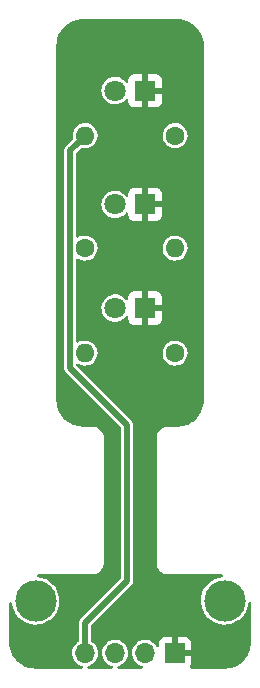
<source format=gbl>
G04 #@! TF.GenerationSoftware,KiCad,Pcbnew,6.0.5-a6ca702e91~116~ubuntu20.04.1*
G04 #@! TF.CreationDate,2022-06-20T08:29:12+02:00*
G04 #@! TF.ProjectId,traffic_lights_vehicle,74726166-6669-4635-9f6c-69676874735f,1.0*
G04 #@! TF.SameCoordinates,Original*
G04 #@! TF.FileFunction,Copper,L2,Bot*
G04 #@! TF.FilePolarity,Positive*
%FSLAX46Y46*%
G04 Gerber Fmt 4.6, Leading zero omitted, Abs format (unit mm)*
G04 Created by KiCad (PCBNEW 6.0.5-a6ca702e91~116~ubuntu20.04.1) date 2022-06-20 08:29:12*
%MOMM*%
%LPD*%
G01*
G04 APERTURE LIST*
G04 #@! TA.AperFunction,ComponentPad*
%ADD10R,1.800000X1.800000*%
G04 #@! TD*
G04 #@! TA.AperFunction,ComponentPad*
%ADD11C,1.800000*%
G04 #@! TD*
G04 #@! TA.AperFunction,ComponentPad*
%ADD12R,1.700000X1.700000*%
G04 #@! TD*
G04 #@! TA.AperFunction,ComponentPad*
%ADD13O,1.700000X1.700000*%
G04 #@! TD*
G04 #@! TA.AperFunction,ComponentPad*
%ADD14C,1.600000*%
G04 #@! TD*
G04 #@! TA.AperFunction,ComponentPad*
%ADD15O,1.600000X1.600000*%
G04 #@! TD*
G04 #@! TA.AperFunction,ViaPad*
%ADD16C,3.500000*%
G04 #@! TD*
G04 #@! TA.AperFunction,Conductor*
%ADD17C,0.500000*%
G04 #@! TD*
G04 APERTURE END LIST*
D10*
X111760000Y-50800000D03*
D11*
X109220000Y-50800000D03*
D10*
X111760000Y-60445000D03*
D11*
X109220000Y-60445000D03*
D10*
X111760000Y-69215000D03*
D11*
X109220000Y-69215000D03*
D12*
X114300000Y-98425000D03*
D13*
X111760000Y-98425000D03*
X109220000Y-98425000D03*
X106680000Y-98425000D03*
D14*
X114300000Y-54610000D03*
D15*
X106680000Y-54610000D03*
D14*
X106680000Y-64135000D03*
D15*
X114300000Y-64135000D03*
D14*
X114300000Y-73025000D03*
D15*
X106680000Y-73025000D03*
D16*
X118500000Y-94000000D03*
X102500000Y-94000000D03*
D17*
X105880001Y-55409999D02*
X106680000Y-54610000D01*
X106680000Y-95885000D02*
X110236000Y-92329000D01*
X110236000Y-79121000D02*
X105429999Y-74314999D01*
X105429999Y-74314999D02*
X105429999Y-55860001D01*
X110236000Y-92329000D02*
X110236000Y-79121000D01*
X105429999Y-55860001D02*
X105880001Y-55409999D01*
X106680000Y-98425000D02*
X106680000Y-95885000D01*
G04 #@! TA.AperFunction,Conductor*
G36*
X114487103Y-44756921D02*
G01*
X114500000Y-44759486D01*
X114512172Y-44757065D01*
X114524580Y-44757065D01*
X114524580Y-44757385D01*
X114535456Y-44756645D01*
X114763057Y-44770412D01*
X114778161Y-44772246D01*
X115029885Y-44818376D01*
X115044658Y-44822017D01*
X115288996Y-44898156D01*
X115303214Y-44903549D01*
X115536584Y-45008579D01*
X115550057Y-45015650D01*
X115769069Y-45148049D01*
X115781590Y-45156692D01*
X115983043Y-45314519D01*
X115994432Y-45324609D01*
X116175391Y-45505568D01*
X116185481Y-45516957D01*
X116343308Y-45718410D01*
X116351951Y-45730931D01*
X116484350Y-45949943D01*
X116491421Y-45963416D01*
X116596450Y-46196782D01*
X116601846Y-46211009D01*
X116677983Y-46455342D01*
X116681624Y-46470115D01*
X116727754Y-46721839D01*
X116729588Y-46736943D01*
X116743355Y-46964544D01*
X116742615Y-46975420D01*
X116742935Y-46975420D01*
X116742935Y-46987828D01*
X116740514Y-47000000D01*
X116742935Y-47012170D01*
X116743079Y-47012894D01*
X116745500Y-47037476D01*
X116745500Y-76962524D01*
X116743079Y-76987103D01*
X116740514Y-77000000D01*
X116742935Y-77012172D01*
X116742935Y-77024580D01*
X116742615Y-77024580D01*
X116743355Y-77035456D01*
X116729588Y-77263057D01*
X116727754Y-77278161D01*
X116681624Y-77529885D01*
X116677983Y-77544658D01*
X116601846Y-77788991D01*
X116596450Y-77803218D01*
X116491421Y-78036584D01*
X116484350Y-78050057D01*
X116351951Y-78269069D01*
X116343308Y-78281590D01*
X116185481Y-78483043D01*
X116175391Y-78494432D01*
X115994432Y-78675391D01*
X115983043Y-78685481D01*
X115781590Y-78843308D01*
X115769069Y-78851951D01*
X115550057Y-78984350D01*
X115536586Y-78991420D01*
X115303214Y-79096451D01*
X115288996Y-79101844D01*
X115125098Y-79152917D01*
X115044658Y-79177983D01*
X115029885Y-79181624D01*
X114778161Y-79227754D01*
X114763057Y-79229588D01*
X114535456Y-79243355D01*
X114524580Y-79242615D01*
X114524580Y-79242935D01*
X114512172Y-79242935D01*
X114500000Y-79240514D01*
X114487103Y-79243079D01*
X114462524Y-79245500D01*
X113787476Y-79245500D01*
X113762897Y-79243079D01*
X113750000Y-79240514D01*
X113739688Y-79242565D01*
X113735459Y-79242935D01*
X113734448Y-79242935D01*
X113732850Y-79243163D01*
X113574904Y-79256982D01*
X113569591Y-79258406D01*
X113569589Y-79258406D01*
X113522900Y-79270916D01*
X113405128Y-79302473D01*
X113245832Y-79376755D01*
X113241330Y-79379907D01*
X113241327Y-79379909D01*
X113241326Y-79379910D01*
X113101853Y-79477569D01*
X112977569Y-79601853D01*
X112974416Y-79606356D01*
X112916080Y-79689670D01*
X112876755Y-79745832D01*
X112802473Y-79905128D01*
X112756982Y-80074904D01*
X112743164Y-80232845D01*
X112742935Y-80234448D01*
X112742935Y-80235459D01*
X112742565Y-80239688D01*
X112740514Y-80250000D01*
X112742935Y-80262170D01*
X112743079Y-80262894D01*
X112745500Y-80287476D01*
X112745500Y-90712524D01*
X112743079Y-90737103D01*
X112740514Y-90750000D01*
X112742565Y-90760312D01*
X112742935Y-90764541D01*
X112742935Y-90765552D01*
X112743163Y-90767150D01*
X112756982Y-90925096D01*
X112802473Y-91094872D01*
X112804795Y-91099852D01*
X112804796Y-91099854D01*
X112872713Y-91245500D01*
X112876755Y-91254169D01*
X112977569Y-91398147D01*
X113101853Y-91522431D01*
X113106356Y-91525584D01*
X113241327Y-91620091D01*
X113241330Y-91620093D01*
X113245832Y-91623245D01*
X113405128Y-91697527D01*
X113522900Y-91729084D01*
X113569589Y-91741594D01*
X113569591Y-91741594D01*
X113574904Y-91743018D01*
X113732850Y-91756837D01*
X113734448Y-91757065D01*
X113735459Y-91757065D01*
X113739688Y-91757435D01*
X113750000Y-91759486D01*
X113762897Y-91756921D01*
X113787476Y-91754500D01*
X118240540Y-91754500D01*
X118308661Y-91774502D01*
X118355154Y-91828158D01*
X118365258Y-91898432D01*
X118335764Y-91963012D01*
X118276038Y-92001396D01*
X118256334Y-92005506D01*
X118252568Y-92005982D01*
X118248128Y-92006226D01*
X118243768Y-92007093D01*
X118243762Y-92007094D01*
X118107296Y-92034239D01*
X117969715Y-92061606D01*
X117965505Y-92063084D01*
X117965503Y-92063085D01*
X117914996Y-92080822D01*
X117701884Y-92155662D01*
X117697933Y-92157715D01*
X117697927Y-92157717D01*
X117453926Y-92284465D01*
X117449976Y-92286517D01*
X117446361Y-92289100D01*
X117446355Y-92289104D01*
X117357029Y-92352938D01*
X117219020Y-92451561D01*
X117013623Y-92647501D01*
X117010867Y-92650997D01*
X117010866Y-92650998D01*
X116976291Y-92694856D01*
X116837882Y-92870426D01*
X116835645Y-92874278D01*
X116697540Y-93112042D01*
X116697537Y-93112048D01*
X116695306Y-93115889D01*
X116693636Y-93120012D01*
X116590411Y-93374861D01*
X116590408Y-93374869D01*
X116588738Y-93378993D01*
X116520305Y-93654488D01*
X116491372Y-93936876D01*
X116493852Y-94000000D01*
X116498935Y-94129367D01*
X116502516Y-94220524D01*
X116553516Y-94499772D01*
X116643353Y-94769048D01*
X116645346Y-94773036D01*
X116728954Y-94940361D01*
X116770236Y-95022980D01*
X116931631Y-95256500D01*
X117124320Y-95464950D01*
X117127774Y-95467762D01*
X117341001Y-95641356D01*
X117341005Y-95641359D01*
X117344458Y-95644170D01*
X117587652Y-95790585D01*
X117591747Y-95792319D01*
X117591749Y-95792320D01*
X117776140Y-95870399D01*
X117849049Y-95901272D01*
X117853342Y-95902410D01*
X117853347Y-95902412D01*
X117996898Y-95940473D01*
X118123435Y-95974024D01*
X118405334Y-96007389D01*
X118689122Y-96000701D01*
X118693517Y-95999969D01*
X118693522Y-95999969D01*
X118964734Y-95954827D01*
X118964738Y-95954826D01*
X118969136Y-95954094D01*
X119233776Y-95870399D01*
X119235544Y-95869840D01*
X119235546Y-95869839D01*
X119239790Y-95868497D01*
X119243801Y-95866571D01*
X119243806Y-95866569D01*
X119491665Y-95747549D01*
X119491666Y-95747548D01*
X119495684Y-95745619D01*
X119651724Y-95641356D01*
X119728002Y-95590389D01*
X119728006Y-95590386D01*
X119731710Y-95587911D01*
X119735027Y-95584940D01*
X119735031Y-95584937D01*
X119939845Y-95401490D01*
X119943161Y-95398520D01*
X120125817Y-95181225D01*
X120128174Y-95177446D01*
X120273669Y-94944152D01*
X120273671Y-94944149D01*
X120276033Y-94940361D01*
X120390813Y-94680734D01*
X120467866Y-94407525D01*
X120494621Y-94208328D01*
X120523514Y-94143476D01*
X120582881Y-94104540D01*
X120653874Y-94103881D01*
X120713954Y-94141708D01*
X120744046Y-94206012D01*
X120745500Y-94225101D01*
X120745500Y-97462524D01*
X120743079Y-97487103D01*
X120740514Y-97500000D01*
X120742935Y-97512172D01*
X120742935Y-97524580D01*
X120742615Y-97524580D01*
X120743355Y-97535456D01*
X120729588Y-97763057D01*
X120727754Y-97778161D01*
X120681624Y-98029885D01*
X120677983Y-98044658D01*
X120631329Y-98194378D01*
X120601846Y-98288991D01*
X120596451Y-98303214D01*
X120515513Y-98483053D01*
X120491421Y-98536584D01*
X120484350Y-98550057D01*
X120351951Y-98769069D01*
X120343308Y-98781590D01*
X120328484Y-98800512D01*
X120205265Y-98957791D01*
X120185481Y-98983043D01*
X120175391Y-98994432D01*
X119994432Y-99175391D01*
X119983043Y-99185481D01*
X119781590Y-99343308D01*
X119769069Y-99351951D01*
X119605565Y-99450794D01*
X119555240Y-99481217D01*
X119550057Y-99484350D01*
X119536586Y-99491420D01*
X119303214Y-99596451D01*
X119288996Y-99601844D01*
X119112162Y-99656948D01*
X119044658Y-99677983D01*
X119029885Y-99681624D01*
X118778161Y-99727754D01*
X118763057Y-99729588D01*
X118535456Y-99743355D01*
X118524580Y-99742615D01*
X118524580Y-99742935D01*
X118512172Y-99742935D01*
X118500000Y-99740514D01*
X118487103Y-99743079D01*
X118462524Y-99745500D01*
X115684156Y-99745500D01*
X115616035Y-99725498D01*
X115569542Y-99671842D01*
X115559438Y-99601568D01*
X115583329Y-99543937D01*
X115594784Y-99528652D01*
X115603324Y-99513054D01*
X115648478Y-99392606D01*
X115652105Y-99377351D01*
X115657631Y-99326486D01*
X115658000Y-99319672D01*
X115658000Y-98697115D01*
X115653525Y-98681876D01*
X115652135Y-98680671D01*
X115644452Y-98679000D01*
X114172000Y-98679000D01*
X114103879Y-98658998D01*
X114057386Y-98605342D01*
X114046000Y-98553000D01*
X114046000Y-98152885D01*
X114554000Y-98152885D01*
X114558475Y-98168124D01*
X114559865Y-98169329D01*
X114567548Y-98171000D01*
X115639884Y-98171000D01*
X115655123Y-98166525D01*
X115656328Y-98165135D01*
X115657999Y-98157452D01*
X115657999Y-97530331D01*
X115657629Y-97523510D01*
X115652105Y-97472648D01*
X115648479Y-97457396D01*
X115603324Y-97336946D01*
X115594786Y-97321351D01*
X115518285Y-97219276D01*
X115505724Y-97206715D01*
X115403649Y-97130214D01*
X115388054Y-97121676D01*
X115267606Y-97076522D01*
X115252351Y-97072895D01*
X115201486Y-97067369D01*
X115194672Y-97067000D01*
X114572115Y-97067000D01*
X114556876Y-97071475D01*
X114555671Y-97072865D01*
X114554000Y-97080548D01*
X114554000Y-98152885D01*
X114046000Y-98152885D01*
X114046000Y-97085116D01*
X114041525Y-97069877D01*
X114040135Y-97068672D01*
X114032452Y-97067001D01*
X113405331Y-97067001D01*
X113398510Y-97067371D01*
X113347648Y-97072895D01*
X113332396Y-97076521D01*
X113211946Y-97121676D01*
X113196351Y-97130214D01*
X113094276Y-97206715D01*
X113081715Y-97219276D01*
X113005214Y-97321351D01*
X112996676Y-97336946D01*
X112951522Y-97457394D01*
X112947895Y-97472649D01*
X112942369Y-97523514D01*
X112942000Y-97530328D01*
X112942000Y-97785160D01*
X112921998Y-97853281D01*
X112868342Y-97899774D01*
X112798068Y-97909878D01*
X112733488Y-97880384D01*
X112708567Y-97850994D01*
X112708331Y-97850608D01*
X112705776Y-97845428D01*
X112584320Y-97682779D01*
X112435258Y-97544987D01*
X112430375Y-97541906D01*
X112430371Y-97541903D01*
X112284728Y-97450010D01*
X112263581Y-97436667D01*
X112075039Y-97361446D01*
X112069379Y-97360320D01*
X112069375Y-97360319D01*
X111881613Y-97322971D01*
X111881610Y-97322971D01*
X111875946Y-97321844D01*
X111870171Y-97321768D01*
X111870167Y-97321768D01*
X111768793Y-97320441D01*
X111672971Y-97319187D01*
X111667274Y-97320166D01*
X111667273Y-97320166D01*
X111569620Y-97336946D01*
X111472910Y-97353564D01*
X111282463Y-97423824D01*
X111108010Y-97527612D01*
X111103670Y-97531418D01*
X111103666Y-97531421D01*
X111083723Y-97548911D01*
X110955392Y-97661455D01*
X110829720Y-97820869D01*
X110827031Y-97825980D01*
X110827029Y-97825983D01*
X110814073Y-97850609D01*
X110735203Y-98000515D01*
X110675007Y-98194378D01*
X110651148Y-98395964D01*
X110664424Y-98598522D01*
X110665845Y-98604118D01*
X110665846Y-98604123D01*
X110707738Y-98769069D01*
X110714392Y-98795269D01*
X110716809Y-98800512D01*
X110754010Y-98881208D01*
X110799377Y-98979616D01*
X110916533Y-99145389D01*
X111061938Y-99287035D01*
X111066742Y-99290245D01*
X111120980Y-99326486D01*
X111230720Y-99399812D01*
X111236023Y-99402090D01*
X111236026Y-99402092D01*
X111324707Y-99440192D01*
X111417228Y-99479942D01*
X111490877Y-99496607D01*
X111552903Y-99531150D01*
X111586408Y-99593743D01*
X111580754Y-99664514D01*
X111537735Y-99720994D01*
X111471011Y-99745249D01*
X111463069Y-99745500D01*
X109529453Y-99745500D01*
X109461332Y-99725498D01*
X109414839Y-99671842D01*
X109404735Y-99601568D01*
X109434229Y-99536988D01*
X109488952Y-99500187D01*
X109499499Y-99496607D01*
X109523994Y-99488292D01*
X109665693Y-99440192D01*
X109665698Y-99440190D01*
X109671165Y-99438334D01*
X109848276Y-99339147D01*
X109863495Y-99326490D01*
X109999913Y-99213031D01*
X110004345Y-99209345D01*
X110134147Y-99053276D01*
X110233334Y-98876165D01*
X110235190Y-98870698D01*
X110235192Y-98870693D01*
X110296728Y-98689414D01*
X110296729Y-98689409D01*
X110298584Y-98683945D01*
X110299412Y-98678236D01*
X110299413Y-98678231D01*
X110327179Y-98486727D01*
X110327712Y-98483053D01*
X110329232Y-98425000D01*
X110310658Y-98222859D01*
X110309090Y-98217299D01*
X110257125Y-98033046D01*
X110257124Y-98033044D01*
X110255557Y-98027487D01*
X110244978Y-98006033D01*
X110168331Y-97850609D01*
X110165776Y-97845428D01*
X110044320Y-97682779D01*
X109895258Y-97544987D01*
X109890375Y-97541906D01*
X109890371Y-97541903D01*
X109744728Y-97450010D01*
X109723581Y-97436667D01*
X109535039Y-97361446D01*
X109529379Y-97360320D01*
X109529375Y-97360319D01*
X109341613Y-97322971D01*
X109341610Y-97322971D01*
X109335946Y-97321844D01*
X109330171Y-97321768D01*
X109330167Y-97321768D01*
X109228793Y-97320441D01*
X109132971Y-97319187D01*
X109127274Y-97320166D01*
X109127273Y-97320166D01*
X109029620Y-97336946D01*
X108932910Y-97353564D01*
X108742463Y-97423824D01*
X108568010Y-97527612D01*
X108563670Y-97531418D01*
X108563666Y-97531421D01*
X108543723Y-97548911D01*
X108415392Y-97661455D01*
X108289720Y-97820869D01*
X108287031Y-97825980D01*
X108287029Y-97825983D01*
X108274073Y-97850609D01*
X108195203Y-98000515D01*
X108135007Y-98194378D01*
X108111148Y-98395964D01*
X108124424Y-98598522D01*
X108125845Y-98604118D01*
X108125846Y-98604123D01*
X108167738Y-98769069D01*
X108174392Y-98795269D01*
X108176809Y-98800512D01*
X108214010Y-98881208D01*
X108259377Y-98979616D01*
X108376533Y-99145389D01*
X108521938Y-99287035D01*
X108526742Y-99290245D01*
X108580980Y-99326486D01*
X108690720Y-99399812D01*
X108696023Y-99402090D01*
X108696026Y-99402092D01*
X108784707Y-99440192D01*
X108877228Y-99479942D01*
X108950877Y-99496607D01*
X109012903Y-99531150D01*
X109046408Y-99593743D01*
X109040754Y-99664514D01*
X108997735Y-99720994D01*
X108931011Y-99745249D01*
X108923069Y-99745500D01*
X106989453Y-99745500D01*
X106921332Y-99725498D01*
X106874839Y-99671842D01*
X106864735Y-99601568D01*
X106894229Y-99536988D01*
X106948952Y-99500187D01*
X106959499Y-99496607D01*
X106983994Y-99488292D01*
X107125693Y-99440192D01*
X107125698Y-99440190D01*
X107131165Y-99438334D01*
X107308276Y-99339147D01*
X107323495Y-99326490D01*
X107459913Y-99213031D01*
X107464345Y-99209345D01*
X107594147Y-99053276D01*
X107693334Y-98876165D01*
X107695190Y-98870698D01*
X107695192Y-98870693D01*
X107756728Y-98689414D01*
X107756729Y-98689409D01*
X107758584Y-98683945D01*
X107759412Y-98678236D01*
X107759413Y-98678231D01*
X107787179Y-98486727D01*
X107787712Y-98483053D01*
X107789232Y-98425000D01*
X107770658Y-98222859D01*
X107769090Y-98217299D01*
X107717125Y-98033046D01*
X107717124Y-98033044D01*
X107715557Y-98027487D01*
X107704978Y-98006033D01*
X107628331Y-97850609D01*
X107625776Y-97845428D01*
X107504320Y-97682779D01*
X107355258Y-97544987D01*
X107350375Y-97541906D01*
X107350371Y-97541903D01*
X107243265Y-97474325D01*
X107196326Y-97421058D01*
X107184500Y-97367763D01*
X107184500Y-96146161D01*
X107204502Y-96078040D01*
X107221405Y-96057066D01*
X110542794Y-92735677D01*
X110552234Y-92728135D01*
X110551911Y-92727755D01*
X110558747Y-92721937D01*
X110566339Y-92717147D01*
X110601672Y-92677140D01*
X110607017Y-92671454D01*
X110618351Y-92660120D01*
X110621038Y-92656534D01*
X110621043Y-92656529D01*
X110624557Y-92651841D01*
X110630938Y-92644003D01*
X110656060Y-92615557D01*
X110662001Y-92608830D01*
X110665815Y-92600707D01*
X110667661Y-92597896D01*
X110676072Y-92583897D01*
X110677686Y-92580948D01*
X110683070Y-92573765D01*
X110699542Y-92529826D01*
X110703469Y-92520506D01*
X110719602Y-92486144D01*
X110719602Y-92486143D01*
X110723417Y-92478018D01*
X110724798Y-92469147D01*
X110725783Y-92465925D01*
X110729920Y-92450154D01*
X110730644Y-92446860D01*
X110733798Y-92438448D01*
X110737276Y-92391650D01*
X110738426Y-92381626D01*
X110740500Y-92368303D01*
X110740500Y-92352938D01*
X110740846Y-92343601D01*
X110743842Y-92303282D01*
X110744507Y-92294334D01*
X110742634Y-92285559D01*
X110742041Y-92276863D01*
X110740500Y-92262263D01*
X110740500Y-79191625D01*
X110741841Y-79179620D01*
X110741345Y-79179580D01*
X110742065Y-79170633D01*
X110744046Y-79161877D01*
X110740742Y-79108619D01*
X110740500Y-79100817D01*
X110740500Y-79084774D01*
X110739034Y-79074536D01*
X110738004Y-79064481D01*
X110735654Y-79026601D01*
X110735654Y-79026599D01*
X110735098Y-79017642D01*
X110732051Y-79009201D01*
X110731372Y-79005923D01*
X110727416Y-78990055D01*
X110726473Y-78986831D01*
X110725201Y-78977948D01*
X110721487Y-78969779D01*
X110721485Y-78969773D01*
X110705775Y-78935221D01*
X110701961Y-78925852D01*
X110689077Y-78890163D01*
X110686028Y-78881716D01*
X110680731Y-78874466D01*
X110679154Y-78871499D01*
X110670907Y-78857386D01*
X110669102Y-78854563D01*
X110665388Y-78846395D01*
X110634753Y-78810842D01*
X110628475Y-78802936D01*
X110620527Y-78792056D01*
X110609665Y-78781194D01*
X110603307Y-78774347D01*
X110576915Y-78743718D01*
X110571056Y-78736918D01*
X110563521Y-78732034D01*
X110556949Y-78726301D01*
X110545545Y-78717074D01*
X105971404Y-74142933D01*
X105937378Y-74080621D01*
X105934499Y-74053838D01*
X105934499Y-74031178D01*
X105954501Y-73963057D01*
X106008157Y-73916564D01*
X106078431Y-73906460D01*
X106121968Y-73921189D01*
X106124190Y-73922431D01*
X106250411Y-73992975D01*
X106250417Y-73992977D01*
X106255789Y-73995980D01*
X106452466Y-74059884D01*
X106657809Y-74084370D01*
X106663944Y-74083898D01*
X106663946Y-74083898D01*
X106857856Y-74068977D01*
X106857860Y-74068976D01*
X106863998Y-74068504D01*
X107063178Y-74012892D01*
X107068682Y-74010112D01*
X107068684Y-74010111D01*
X107242262Y-73922431D01*
X107242264Y-73922430D01*
X107247763Y-73919652D01*
X107410722Y-73792334D01*
X107414748Y-73787670D01*
X107414751Y-73787667D01*
X107541819Y-73640457D01*
X107541820Y-73640455D01*
X107545848Y-73635789D01*
X107647995Y-73455979D01*
X107713270Y-73259753D01*
X107739189Y-73054586D01*
X107739602Y-73025000D01*
X107738151Y-73010206D01*
X113240501Y-73010206D01*
X113257806Y-73216278D01*
X113314807Y-73415066D01*
X113317625Y-73420548D01*
X113317626Y-73420552D01*
X113406514Y-73593509D01*
X113406517Y-73593513D01*
X113409334Y-73598995D01*
X113537786Y-73761061D01*
X113695271Y-73895091D01*
X113875789Y-73995980D01*
X114072466Y-74059884D01*
X114277809Y-74084370D01*
X114283944Y-74083898D01*
X114283946Y-74083898D01*
X114477856Y-74068977D01*
X114477860Y-74068976D01*
X114483998Y-74068504D01*
X114683178Y-74012892D01*
X114688682Y-74010112D01*
X114688684Y-74010111D01*
X114862262Y-73922431D01*
X114862264Y-73922430D01*
X114867763Y-73919652D01*
X115030722Y-73792334D01*
X115034748Y-73787670D01*
X115034751Y-73787667D01*
X115161819Y-73640457D01*
X115161820Y-73640455D01*
X115165848Y-73635789D01*
X115267995Y-73455979D01*
X115333270Y-73259753D01*
X115359189Y-73054586D01*
X115359602Y-73025000D01*
X115339422Y-72819189D01*
X115279651Y-72621217D01*
X115182565Y-72438625D01*
X115178674Y-72433855D01*
X115178672Y-72433851D01*
X115055758Y-72283143D01*
X115055755Y-72283140D01*
X115051863Y-72278368D01*
X115047114Y-72274439D01*
X114897271Y-72150478D01*
X114897266Y-72150475D01*
X114892522Y-72146550D01*
X114887103Y-72143620D01*
X114887100Y-72143618D01*
X114716032Y-72051122D01*
X114716027Y-72051120D01*
X114710612Y-72048192D01*
X114513063Y-71987040D01*
X114506938Y-71986396D01*
X114506937Y-71986396D01*
X114313526Y-71966068D01*
X114313524Y-71966068D01*
X114307397Y-71965424D01*
X114181229Y-71976906D01*
X114107591Y-71983607D01*
X114107590Y-71983607D01*
X114101450Y-71984166D01*
X113903066Y-72042554D01*
X113897601Y-72045411D01*
X113725261Y-72135508D01*
X113725257Y-72135511D01*
X113719801Y-72138363D01*
X113558635Y-72267943D01*
X113425708Y-72426360D01*
X113326082Y-72607578D01*
X113263553Y-72804696D01*
X113240501Y-73010206D01*
X107738151Y-73010206D01*
X107719422Y-72819189D01*
X107659651Y-72621217D01*
X107562565Y-72438625D01*
X107558674Y-72433855D01*
X107558672Y-72433851D01*
X107435758Y-72283143D01*
X107435755Y-72283140D01*
X107431863Y-72278368D01*
X107427114Y-72274439D01*
X107277271Y-72150478D01*
X107277266Y-72150475D01*
X107272522Y-72146550D01*
X107267103Y-72143620D01*
X107267100Y-72143618D01*
X107096032Y-72051122D01*
X107096027Y-72051120D01*
X107090612Y-72048192D01*
X106893063Y-71987040D01*
X106886938Y-71986396D01*
X106886937Y-71986396D01*
X106693526Y-71966068D01*
X106693524Y-71966068D01*
X106687397Y-71965424D01*
X106561229Y-71976906D01*
X106487591Y-71983607D01*
X106487590Y-71983607D01*
X106481450Y-71984166D01*
X106283066Y-72042554D01*
X106118873Y-72128392D01*
X106049239Y-72142226D01*
X105983178Y-72116216D01*
X105941666Y-72058620D01*
X105934499Y-72016730D01*
X105934499Y-69184649D01*
X108060951Y-69184649D01*
X108074829Y-69396377D01*
X108127058Y-69602031D01*
X108215890Y-69794723D01*
X108338350Y-69968000D01*
X108490337Y-70116059D01*
X108495133Y-70119264D01*
X108495136Y-70119266D01*
X108637186Y-70214180D01*
X108666760Y-70233941D01*
X108672063Y-70236219D01*
X108672066Y-70236221D01*
X108753908Y-70271383D01*
X108861711Y-70317699D01*
X108937750Y-70334905D01*
X109063025Y-70363252D01*
X109063030Y-70363253D01*
X109068662Y-70364527D01*
X109074433Y-70364754D01*
X109074435Y-70364754D01*
X109139911Y-70367326D01*
X109280681Y-70372857D01*
X109385674Y-70357633D01*
X109484953Y-70343239D01*
X109484958Y-70343238D01*
X109490667Y-70342410D01*
X109496131Y-70340555D01*
X109496136Y-70340554D01*
X109589240Y-70308949D01*
X109691589Y-70274207D01*
X109765873Y-70232606D01*
X109871670Y-70173357D01*
X109871674Y-70173354D01*
X109876717Y-70170530D01*
X110039852Y-70034852D01*
X110129128Y-69927509D01*
X110188065Y-69887927D01*
X110259047Y-69886491D01*
X110319537Y-69923658D01*
X110350330Y-69987629D01*
X110352001Y-70008080D01*
X110352001Y-70159669D01*
X110352371Y-70166490D01*
X110357895Y-70217352D01*
X110361521Y-70232604D01*
X110406676Y-70353054D01*
X110415214Y-70368649D01*
X110491715Y-70470724D01*
X110504276Y-70483285D01*
X110606351Y-70559786D01*
X110621946Y-70568324D01*
X110742394Y-70613478D01*
X110757649Y-70617105D01*
X110808514Y-70622631D01*
X110815328Y-70623000D01*
X111487885Y-70623000D01*
X111503124Y-70618525D01*
X111504329Y-70617135D01*
X111506000Y-70609452D01*
X111506000Y-70604884D01*
X112014000Y-70604884D01*
X112018475Y-70620123D01*
X112019865Y-70621328D01*
X112027548Y-70622999D01*
X112704669Y-70622999D01*
X112711490Y-70622629D01*
X112762352Y-70617105D01*
X112777604Y-70613479D01*
X112898054Y-70568324D01*
X112913649Y-70559786D01*
X113015724Y-70483285D01*
X113028285Y-70470724D01*
X113104786Y-70368649D01*
X113113324Y-70353054D01*
X113158478Y-70232606D01*
X113162105Y-70217351D01*
X113167631Y-70166486D01*
X113168000Y-70159672D01*
X113168000Y-69487115D01*
X113163525Y-69471876D01*
X113162135Y-69470671D01*
X113154452Y-69469000D01*
X112032115Y-69469000D01*
X112016876Y-69473475D01*
X112015671Y-69474865D01*
X112014000Y-69482548D01*
X112014000Y-70604884D01*
X111506000Y-70604884D01*
X111506000Y-68942885D01*
X112014000Y-68942885D01*
X112018475Y-68958124D01*
X112019865Y-68959329D01*
X112027548Y-68961000D01*
X113149884Y-68961000D01*
X113165123Y-68956525D01*
X113166328Y-68955135D01*
X113167999Y-68947452D01*
X113167999Y-68270331D01*
X113167629Y-68263510D01*
X113162105Y-68212648D01*
X113158479Y-68197396D01*
X113113324Y-68076946D01*
X113104786Y-68061351D01*
X113028285Y-67959276D01*
X113015724Y-67946715D01*
X112913649Y-67870214D01*
X112898054Y-67861676D01*
X112777606Y-67816522D01*
X112762351Y-67812895D01*
X112711486Y-67807369D01*
X112704672Y-67807000D01*
X112032115Y-67807000D01*
X112016876Y-67811475D01*
X112015671Y-67812865D01*
X112014000Y-67820548D01*
X112014000Y-68942885D01*
X111506000Y-68942885D01*
X111506000Y-67825116D01*
X111501525Y-67809877D01*
X111500135Y-67808672D01*
X111492452Y-67807001D01*
X110815331Y-67807001D01*
X110808510Y-67807371D01*
X110757648Y-67812895D01*
X110742396Y-67816521D01*
X110621946Y-67861676D01*
X110606351Y-67870214D01*
X110504276Y-67946715D01*
X110491715Y-67959276D01*
X110415214Y-68061351D01*
X110406676Y-68076946D01*
X110361522Y-68197394D01*
X110357895Y-68212649D01*
X110352369Y-68263514D01*
X110352000Y-68270328D01*
X110352000Y-68421918D01*
X110331998Y-68490039D01*
X110278342Y-68536532D01*
X110208068Y-68546636D01*
X110143488Y-68517142D01*
X110125042Y-68497307D01*
X110085089Y-68443803D01*
X110085088Y-68443802D01*
X110081636Y-68439179D01*
X110057524Y-68416890D01*
X109930066Y-68299069D01*
X109930063Y-68299067D01*
X109925826Y-68295150D01*
X109746377Y-68181926D01*
X109549300Y-68103300D01*
X109543643Y-68102175D01*
X109543637Y-68102173D01*
X109346863Y-68063033D01*
X109346859Y-68063033D01*
X109341195Y-68061906D01*
X109335420Y-68061830D01*
X109335416Y-68061830D01*
X109228804Y-68060434D01*
X109129031Y-68059128D01*
X109123334Y-68060107D01*
X109123333Y-68060107D01*
X109106305Y-68063033D01*
X108919913Y-68095061D01*
X108720846Y-68168501D01*
X108715885Y-68171453D01*
X108715884Y-68171453D01*
X108543463Y-68274032D01*
X108543460Y-68274034D01*
X108538495Y-68276988D01*
X108534155Y-68280794D01*
X108534151Y-68280797D01*
X108383309Y-68413083D01*
X108378968Y-68416890D01*
X108247607Y-68583520D01*
X108148812Y-68771299D01*
X108085891Y-68973938D01*
X108060951Y-69184649D01*
X105934499Y-69184649D01*
X105934499Y-65141178D01*
X105954501Y-65073057D01*
X106008157Y-65026564D01*
X106078431Y-65016460D01*
X106121968Y-65031189D01*
X106124190Y-65032431D01*
X106250411Y-65102975D01*
X106250417Y-65102977D01*
X106255789Y-65105980D01*
X106452466Y-65169884D01*
X106657809Y-65194370D01*
X106663944Y-65193898D01*
X106663946Y-65193898D01*
X106857856Y-65178977D01*
X106857860Y-65178976D01*
X106863998Y-65178504D01*
X107063178Y-65122892D01*
X107068682Y-65120112D01*
X107068684Y-65120111D01*
X107242262Y-65032431D01*
X107242264Y-65032430D01*
X107247763Y-65029652D01*
X107410722Y-64902334D01*
X107414748Y-64897670D01*
X107414751Y-64897667D01*
X107541819Y-64750457D01*
X107541820Y-64750455D01*
X107545848Y-64745789D01*
X107647995Y-64565979D01*
X107713270Y-64369753D01*
X107739189Y-64164586D01*
X107739602Y-64135000D01*
X107738151Y-64120206D01*
X113240501Y-64120206D01*
X113257806Y-64326278D01*
X113314807Y-64525066D01*
X113317625Y-64530548D01*
X113317626Y-64530552D01*
X113406514Y-64703509D01*
X113406517Y-64703513D01*
X113409334Y-64708995D01*
X113537786Y-64871061D01*
X113695271Y-65005091D01*
X113875789Y-65105980D01*
X114072466Y-65169884D01*
X114277809Y-65194370D01*
X114283944Y-65193898D01*
X114283946Y-65193898D01*
X114477856Y-65178977D01*
X114477860Y-65178976D01*
X114483998Y-65178504D01*
X114683178Y-65122892D01*
X114688682Y-65120112D01*
X114688684Y-65120111D01*
X114862262Y-65032431D01*
X114862264Y-65032430D01*
X114867763Y-65029652D01*
X115030722Y-64902334D01*
X115034748Y-64897670D01*
X115034751Y-64897667D01*
X115161819Y-64750457D01*
X115161820Y-64750455D01*
X115165848Y-64745789D01*
X115267995Y-64565979D01*
X115333270Y-64369753D01*
X115359189Y-64164586D01*
X115359602Y-64135000D01*
X115339422Y-63929189D01*
X115279651Y-63731217D01*
X115182565Y-63548625D01*
X115178674Y-63543855D01*
X115178672Y-63543851D01*
X115055758Y-63393143D01*
X115055755Y-63393140D01*
X115051863Y-63388368D01*
X115047114Y-63384439D01*
X114897271Y-63260478D01*
X114897266Y-63260475D01*
X114892522Y-63256550D01*
X114887103Y-63253620D01*
X114887100Y-63253618D01*
X114716032Y-63161122D01*
X114716027Y-63161120D01*
X114710612Y-63158192D01*
X114513063Y-63097040D01*
X114506938Y-63096396D01*
X114506937Y-63096396D01*
X114313526Y-63076068D01*
X114313524Y-63076068D01*
X114307397Y-63075424D01*
X114181229Y-63086906D01*
X114107591Y-63093607D01*
X114107590Y-63093607D01*
X114101450Y-63094166D01*
X113903066Y-63152554D01*
X113897601Y-63155411D01*
X113725261Y-63245508D01*
X113725257Y-63245511D01*
X113719801Y-63248363D01*
X113558635Y-63377943D01*
X113425708Y-63536360D01*
X113326082Y-63717578D01*
X113263553Y-63914696D01*
X113240501Y-64120206D01*
X107738151Y-64120206D01*
X107719422Y-63929189D01*
X107659651Y-63731217D01*
X107562565Y-63548625D01*
X107558674Y-63543855D01*
X107558672Y-63543851D01*
X107435758Y-63393143D01*
X107435755Y-63393140D01*
X107431863Y-63388368D01*
X107427114Y-63384439D01*
X107277271Y-63260478D01*
X107277266Y-63260475D01*
X107272522Y-63256550D01*
X107267103Y-63253620D01*
X107267100Y-63253618D01*
X107096032Y-63161122D01*
X107096027Y-63161120D01*
X107090612Y-63158192D01*
X106893063Y-63097040D01*
X106886938Y-63096396D01*
X106886937Y-63096396D01*
X106693526Y-63076068D01*
X106693524Y-63076068D01*
X106687397Y-63075424D01*
X106561229Y-63086906D01*
X106487591Y-63093607D01*
X106487590Y-63093607D01*
X106481450Y-63094166D01*
X106283066Y-63152554D01*
X106118873Y-63238392D01*
X106049239Y-63252226D01*
X105983178Y-63226216D01*
X105941666Y-63168620D01*
X105934499Y-63126730D01*
X105934499Y-60414649D01*
X108060951Y-60414649D01*
X108074829Y-60626377D01*
X108127058Y-60832031D01*
X108215890Y-61024723D01*
X108338350Y-61198000D01*
X108490337Y-61346059D01*
X108495133Y-61349264D01*
X108495136Y-61349266D01*
X108637186Y-61444180D01*
X108666760Y-61463941D01*
X108672063Y-61466219D01*
X108672066Y-61466221D01*
X108753908Y-61501383D01*
X108861711Y-61547699D01*
X108937750Y-61564905D01*
X109063025Y-61593252D01*
X109063030Y-61593253D01*
X109068662Y-61594527D01*
X109074433Y-61594754D01*
X109074435Y-61594754D01*
X109139911Y-61597326D01*
X109280681Y-61602857D01*
X109385674Y-61587634D01*
X109484953Y-61573239D01*
X109484958Y-61573238D01*
X109490667Y-61572410D01*
X109496131Y-61570555D01*
X109496136Y-61570554D01*
X109589240Y-61538949D01*
X109691589Y-61504207D01*
X109765873Y-61462606D01*
X109871670Y-61403357D01*
X109871674Y-61403354D01*
X109876717Y-61400530D01*
X110039852Y-61264852D01*
X110129128Y-61157509D01*
X110188065Y-61117927D01*
X110259047Y-61116491D01*
X110319537Y-61153658D01*
X110350330Y-61217629D01*
X110352001Y-61238080D01*
X110352001Y-61389669D01*
X110352371Y-61396490D01*
X110357895Y-61447352D01*
X110361521Y-61462604D01*
X110406676Y-61583054D01*
X110415214Y-61598649D01*
X110491715Y-61700724D01*
X110504276Y-61713285D01*
X110606351Y-61789786D01*
X110621946Y-61798324D01*
X110742394Y-61843478D01*
X110757649Y-61847105D01*
X110808514Y-61852631D01*
X110815328Y-61853000D01*
X111487885Y-61853000D01*
X111503124Y-61848525D01*
X111504329Y-61847135D01*
X111506000Y-61839452D01*
X111506000Y-61834884D01*
X112014000Y-61834884D01*
X112018475Y-61850123D01*
X112019865Y-61851328D01*
X112027548Y-61852999D01*
X112704669Y-61852999D01*
X112711490Y-61852629D01*
X112762352Y-61847105D01*
X112777604Y-61843479D01*
X112898054Y-61798324D01*
X112913649Y-61789786D01*
X113015724Y-61713285D01*
X113028285Y-61700724D01*
X113104786Y-61598649D01*
X113113324Y-61583054D01*
X113158478Y-61462606D01*
X113162105Y-61447351D01*
X113167631Y-61396486D01*
X113168000Y-61389672D01*
X113168000Y-60717115D01*
X113163525Y-60701876D01*
X113162135Y-60700671D01*
X113154452Y-60699000D01*
X112032115Y-60699000D01*
X112016876Y-60703475D01*
X112015671Y-60704865D01*
X112014000Y-60712548D01*
X112014000Y-61834884D01*
X111506000Y-61834884D01*
X111506000Y-60172885D01*
X112014000Y-60172885D01*
X112018475Y-60188124D01*
X112019865Y-60189329D01*
X112027548Y-60191000D01*
X113149884Y-60191000D01*
X113165123Y-60186525D01*
X113166328Y-60185135D01*
X113167999Y-60177452D01*
X113167999Y-59500331D01*
X113167629Y-59493510D01*
X113162105Y-59442648D01*
X113158479Y-59427396D01*
X113113324Y-59306946D01*
X113104786Y-59291351D01*
X113028285Y-59189276D01*
X113015724Y-59176715D01*
X112913649Y-59100214D01*
X112898054Y-59091676D01*
X112777606Y-59046522D01*
X112762351Y-59042895D01*
X112711486Y-59037369D01*
X112704672Y-59037000D01*
X112032115Y-59037000D01*
X112016876Y-59041475D01*
X112015671Y-59042865D01*
X112014000Y-59050548D01*
X112014000Y-60172885D01*
X111506000Y-60172885D01*
X111506000Y-59055116D01*
X111501525Y-59039877D01*
X111500135Y-59038672D01*
X111492452Y-59037001D01*
X110815331Y-59037001D01*
X110808510Y-59037371D01*
X110757648Y-59042895D01*
X110742396Y-59046521D01*
X110621946Y-59091676D01*
X110606351Y-59100214D01*
X110504276Y-59176715D01*
X110491715Y-59189276D01*
X110415214Y-59291351D01*
X110406676Y-59306946D01*
X110361522Y-59427394D01*
X110357895Y-59442649D01*
X110352369Y-59493514D01*
X110352000Y-59500328D01*
X110352000Y-59651918D01*
X110331998Y-59720039D01*
X110278342Y-59766532D01*
X110208068Y-59776636D01*
X110143488Y-59747142D01*
X110125042Y-59727307D01*
X110085089Y-59673803D01*
X110085088Y-59673802D01*
X110081636Y-59669179D01*
X110057524Y-59646890D01*
X109930066Y-59529069D01*
X109930063Y-59529067D01*
X109925826Y-59525150D01*
X109746377Y-59411926D01*
X109549300Y-59333300D01*
X109543643Y-59332175D01*
X109543637Y-59332173D01*
X109346863Y-59293033D01*
X109346859Y-59293033D01*
X109341195Y-59291906D01*
X109335420Y-59291830D01*
X109335416Y-59291830D01*
X109228804Y-59290434D01*
X109129031Y-59289128D01*
X109123334Y-59290107D01*
X109123333Y-59290107D01*
X109106305Y-59293033D01*
X108919913Y-59325061D01*
X108720846Y-59398501D01*
X108715885Y-59401453D01*
X108715884Y-59401453D01*
X108543463Y-59504032D01*
X108543460Y-59504034D01*
X108538495Y-59506988D01*
X108534155Y-59510794D01*
X108534151Y-59510797D01*
X108383309Y-59643083D01*
X108378968Y-59646890D01*
X108247607Y-59813520D01*
X108148812Y-60001299D01*
X108085891Y-60203938D01*
X108060951Y-60414649D01*
X105934499Y-60414649D01*
X105934499Y-56121162D01*
X105954501Y-56053041D01*
X105971404Y-56032067D01*
X106327233Y-55676238D01*
X106389545Y-55642212D01*
X106443383Y-55642272D01*
X106446612Y-55642982D01*
X106452466Y-55644884D01*
X106657809Y-55669370D01*
X106663944Y-55668898D01*
X106663946Y-55668898D01*
X106857856Y-55653977D01*
X106857860Y-55653976D01*
X106863998Y-55653504D01*
X107063178Y-55597892D01*
X107068682Y-55595112D01*
X107068684Y-55595111D01*
X107242262Y-55507431D01*
X107242264Y-55507430D01*
X107247763Y-55504652D01*
X107410722Y-55377334D01*
X107414748Y-55372670D01*
X107414751Y-55372667D01*
X107541819Y-55225457D01*
X107541820Y-55225455D01*
X107545848Y-55220789D01*
X107647995Y-55040979D01*
X107680632Y-54942866D01*
X107711325Y-54850601D01*
X107711326Y-54850598D01*
X107713270Y-54844753D01*
X107739189Y-54639586D01*
X107739602Y-54610000D01*
X107738151Y-54595206D01*
X113240501Y-54595206D01*
X113257806Y-54801278D01*
X113314807Y-55000066D01*
X113317625Y-55005548D01*
X113317626Y-55005552D01*
X113406514Y-55178509D01*
X113406517Y-55178513D01*
X113409334Y-55183995D01*
X113537786Y-55346061D01*
X113542479Y-55350055D01*
X113542480Y-55350056D01*
X113685593Y-55471854D01*
X113695271Y-55480091D01*
X113875789Y-55580980D01*
X114072466Y-55644884D01*
X114277809Y-55669370D01*
X114283944Y-55668898D01*
X114283946Y-55668898D01*
X114477856Y-55653977D01*
X114477860Y-55653976D01*
X114483998Y-55653504D01*
X114683178Y-55597892D01*
X114688682Y-55595112D01*
X114688684Y-55595111D01*
X114862262Y-55507431D01*
X114862264Y-55507430D01*
X114867763Y-55504652D01*
X115030722Y-55377334D01*
X115034748Y-55372670D01*
X115034751Y-55372667D01*
X115161819Y-55225457D01*
X115161820Y-55225455D01*
X115165848Y-55220789D01*
X115267995Y-55040979D01*
X115300632Y-54942866D01*
X115331325Y-54850601D01*
X115331326Y-54850598D01*
X115333270Y-54844753D01*
X115359189Y-54639586D01*
X115359602Y-54610000D01*
X115339422Y-54404189D01*
X115279651Y-54206217D01*
X115182565Y-54023625D01*
X115178674Y-54018855D01*
X115178672Y-54018851D01*
X115055758Y-53868143D01*
X115055755Y-53868140D01*
X115051863Y-53863368D01*
X115044966Y-53857662D01*
X114897271Y-53735478D01*
X114897266Y-53735475D01*
X114892522Y-53731550D01*
X114887103Y-53728620D01*
X114887100Y-53728618D01*
X114716032Y-53636122D01*
X114716027Y-53636120D01*
X114710612Y-53633192D01*
X114513063Y-53572040D01*
X114506938Y-53571396D01*
X114506937Y-53571396D01*
X114313526Y-53551068D01*
X114313524Y-53551068D01*
X114307397Y-53550424D01*
X114181229Y-53561906D01*
X114107591Y-53568607D01*
X114107590Y-53568607D01*
X114101450Y-53569166D01*
X113903066Y-53627554D01*
X113897601Y-53630411D01*
X113725261Y-53720508D01*
X113725257Y-53720511D01*
X113719801Y-53723363D01*
X113558635Y-53852943D01*
X113425708Y-54011360D01*
X113326082Y-54192578D01*
X113263553Y-54389696D01*
X113240501Y-54595206D01*
X107738151Y-54595206D01*
X107719422Y-54404189D01*
X107659651Y-54206217D01*
X107562565Y-54023625D01*
X107558674Y-54018855D01*
X107558672Y-54018851D01*
X107435758Y-53868143D01*
X107435755Y-53868140D01*
X107431863Y-53863368D01*
X107424966Y-53857662D01*
X107277271Y-53735478D01*
X107277266Y-53735475D01*
X107272522Y-53731550D01*
X107267103Y-53728620D01*
X107267100Y-53728618D01*
X107096032Y-53636122D01*
X107096027Y-53636120D01*
X107090612Y-53633192D01*
X106893063Y-53572040D01*
X106886938Y-53571396D01*
X106886937Y-53571396D01*
X106693526Y-53551068D01*
X106693524Y-53551068D01*
X106687397Y-53550424D01*
X106561229Y-53561906D01*
X106487591Y-53568607D01*
X106487590Y-53568607D01*
X106481450Y-53569166D01*
X106283066Y-53627554D01*
X106277601Y-53630411D01*
X106105261Y-53720508D01*
X106105257Y-53720511D01*
X106099801Y-53723363D01*
X105938635Y-53852943D01*
X105805708Y-54011360D01*
X105706082Y-54192578D01*
X105643553Y-54389696D01*
X105620501Y-54595206D01*
X105637806Y-54801278D01*
X105639505Y-54807203D01*
X105639506Y-54807206D01*
X105647977Y-54836748D01*
X105647528Y-54907743D01*
X105615954Y-54960575D01*
X105123205Y-55453324D01*
X105113765Y-55460866D01*
X105114088Y-55461246D01*
X105107252Y-55467064D01*
X105099660Y-55471854D01*
X105093718Y-55478582D01*
X105064328Y-55511860D01*
X105058982Y-55517547D01*
X105047648Y-55528881D01*
X105044963Y-55532464D01*
X105044961Y-55532466D01*
X105041446Y-55537156D01*
X105035061Y-55544999D01*
X105003998Y-55580171D01*
X105000185Y-55588293D01*
X104998345Y-55591094D01*
X104989936Y-55605089D01*
X104988314Y-55608052D01*
X104982929Y-55615237D01*
X104979776Y-55623647D01*
X104979775Y-55623649D01*
X104966453Y-55659183D01*
X104962529Y-55668496D01*
X104942582Y-55710983D01*
X104941200Y-55719857D01*
X104940214Y-55723084D01*
X104936074Y-55738867D01*
X104935353Y-55742145D01*
X104932201Y-55750553D01*
X104931536Y-55759504D01*
X104928723Y-55797358D01*
X104927569Y-55807405D01*
X104925499Y-55820698D01*
X104925499Y-55836063D01*
X104925153Y-55845400D01*
X104921492Y-55894668D01*
X104923365Y-55903443D01*
X104923958Y-55912139D01*
X104925499Y-55926739D01*
X104925499Y-74244375D01*
X104924158Y-74256380D01*
X104924654Y-74256420D01*
X104923934Y-74265367D01*
X104921953Y-74274123D01*
X104922509Y-74283083D01*
X104925257Y-74327381D01*
X104925499Y-74335183D01*
X104925499Y-74351225D01*
X104926134Y-74355656D01*
X104926134Y-74355661D01*
X104926964Y-74361452D01*
X104927995Y-74371513D01*
X104930901Y-74418358D01*
X104933948Y-74426798D01*
X104934629Y-74430088D01*
X104938581Y-74445937D01*
X104939526Y-74449167D01*
X104940798Y-74458051D01*
X104944513Y-74466222D01*
X104960217Y-74500762D01*
X104964029Y-74510127D01*
X104976921Y-74545836D01*
X104976923Y-74545839D01*
X104979971Y-74554283D01*
X104985267Y-74561532D01*
X104986839Y-74564489D01*
X104995092Y-74578613D01*
X104996897Y-74581436D01*
X105000611Y-74589604D01*
X105006468Y-74596401D01*
X105006469Y-74596403D01*
X105031242Y-74625152D01*
X105037524Y-74633063D01*
X105045472Y-74643943D01*
X105056334Y-74654805D01*
X105062692Y-74661651D01*
X105094943Y-74699081D01*
X105102478Y-74703965D01*
X105109050Y-74709698D01*
X105120454Y-74718925D01*
X109694595Y-79293066D01*
X109728621Y-79355378D01*
X109731500Y-79382161D01*
X109731500Y-92067840D01*
X109711498Y-92135961D01*
X109694595Y-92156935D01*
X106373206Y-95478323D01*
X106363766Y-95485865D01*
X106364089Y-95486245D01*
X106357253Y-95492063D01*
X106349661Y-95496853D01*
X106343719Y-95503581D01*
X106314329Y-95536859D01*
X106308983Y-95542546D01*
X106297649Y-95553880D01*
X106294964Y-95557463D01*
X106294962Y-95557465D01*
X106291447Y-95562155D01*
X106285062Y-95569998D01*
X106253999Y-95605170D01*
X106250186Y-95613292D01*
X106248346Y-95616093D01*
X106239937Y-95630088D01*
X106238315Y-95633051D01*
X106232930Y-95640236D01*
X106229777Y-95648646D01*
X106229776Y-95648648D01*
X106216454Y-95684182D01*
X106212530Y-95693495D01*
X106192583Y-95735982D01*
X106191201Y-95744856D01*
X106190215Y-95748083D01*
X106186075Y-95763866D01*
X106185354Y-95767144D01*
X106182202Y-95775552D01*
X106181537Y-95784503D01*
X106178724Y-95822357D01*
X106177570Y-95832404D01*
X106175500Y-95845697D01*
X106175500Y-95861062D01*
X106175154Y-95870399D01*
X106171493Y-95919667D01*
X106173366Y-95928442D01*
X106173959Y-95937138D01*
X106175500Y-95951738D01*
X106175500Y-97368214D01*
X106155498Y-97436335D01*
X106113923Y-97476499D01*
X106032978Y-97524656D01*
X106032977Y-97524657D01*
X106028010Y-97527612D01*
X106023670Y-97531418D01*
X106023666Y-97531421D01*
X106003723Y-97548911D01*
X105875392Y-97661455D01*
X105749720Y-97820869D01*
X105747031Y-97825980D01*
X105747029Y-97825983D01*
X105734073Y-97850609D01*
X105655203Y-98000515D01*
X105595007Y-98194378D01*
X105571148Y-98395964D01*
X105584424Y-98598522D01*
X105585845Y-98604118D01*
X105585846Y-98604123D01*
X105627738Y-98769069D01*
X105634392Y-98795269D01*
X105636809Y-98800512D01*
X105674010Y-98881208D01*
X105719377Y-98979616D01*
X105836533Y-99145389D01*
X105981938Y-99287035D01*
X105986742Y-99290245D01*
X106040980Y-99326486D01*
X106150720Y-99399812D01*
X106156023Y-99402090D01*
X106156026Y-99402092D01*
X106244707Y-99440192D01*
X106337228Y-99479942D01*
X106410877Y-99496607D01*
X106472903Y-99531150D01*
X106506408Y-99593743D01*
X106500754Y-99664514D01*
X106457735Y-99720994D01*
X106391011Y-99745249D01*
X106383069Y-99745500D01*
X102537476Y-99745500D01*
X102512897Y-99743079D01*
X102500000Y-99740514D01*
X102487828Y-99742935D01*
X102475420Y-99742935D01*
X102475420Y-99742615D01*
X102464544Y-99743355D01*
X102236943Y-99729588D01*
X102221839Y-99727754D01*
X101970115Y-99681624D01*
X101955342Y-99677983D01*
X101887838Y-99656948D01*
X101711004Y-99601844D01*
X101696786Y-99596451D01*
X101463414Y-99491420D01*
X101449943Y-99484350D01*
X101444761Y-99481217D01*
X101394435Y-99450794D01*
X101230931Y-99351951D01*
X101218410Y-99343308D01*
X101016957Y-99185481D01*
X101005568Y-99175391D01*
X100824609Y-98994432D01*
X100814519Y-98983043D01*
X100794736Y-98957791D01*
X100671516Y-98800512D01*
X100656692Y-98781590D01*
X100648049Y-98769069D01*
X100515650Y-98550057D01*
X100508579Y-98536584D01*
X100484487Y-98483053D01*
X100403549Y-98303214D01*
X100398154Y-98288991D01*
X100368672Y-98194378D01*
X100322017Y-98044658D01*
X100318376Y-98029885D01*
X100272246Y-97778161D01*
X100270412Y-97763057D01*
X100256645Y-97535456D01*
X100257385Y-97524580D01*
X100257065Y-97524580D01*
X100257065Y-97512172D01*
X100259486Y-97500000D01*
X100256921Y-97487103D01*
X100254500Y-97462524D01*
X100254500Y-94253751D01*
X100274502Y-94185630D01*
X100328158Y-94139137D01*
X100398432Y-94129033D01*
X100463012Y-94158527D01*
X100501396Y-94218253D01*
X100504450Y-94231114D01*
X100553516Y-94499772D01*
X100643353Y-94769048D01*
X100645346Y-94773036D01*
X100728954Y-94940361D01*
X100770236Y-95022980D01*
X100931631Y-95256500D01*
X101124320Y-95464950D01*
X101127774Y-95467762D01*
X101341001Y-95641356D01*
X101341005Y-95641359D01*
X101344458Y-95644170D01*
X101587652Y-95790585D01*
X101591747Y-95792319D01*
X101591749Y-95792320D01*
X101776140Y-95870399D01*
X101849049Y-95901272D01*
X101853342Y-95902410D01*
X101853347Y-95902412D01*
X101996898Y-95940473D01*
X102123435Y-95974024D01*
X102405334Y-96007389D01*
X102689122Y-96000701D01*
X102693517Y-95999969D01*
X102693522Y-95999969D01*
X102964734Y-95954827D01*
X102964738Y-95954826D01*
X102969136Y-95954094D01*
X103233776Y-95870399D01*
X103235544Y-95869840D01*
X103235546Y-95869839D01*
X103239790Y-95868497D01*
X103243801Y-95866571D01*
X103243806Y-95866569D01*
X103491665Y-95747549D01*
X103491666Y-95747548D01*
X103495684Y-95745619D01*
X103651724Y-95641356D01*
X103728002Y-95590389D01*
X103728006Y-95590386D01*
X103731710Y-95587911D01*
X103735027Y-95584940D01*
X103735031Y-95584937D01*
X103939845Y-95401490D01*
X103943161Y-95398520D01*
X104125817Y-95181225D01*
X104128174Y-95177446D01*
X104273669Y-94944152D01*
X104273671Y-94944149D01*
X104276033Y-94940361D01*
X104390813Y-94680734D01*
X104467866Y-94407525D01*
X104493288Y-94218253D01*
X104505227Y-94129367D01*
X104505228Y-94129359D01*
X104505654Y-94126185D01*
X104509620Y-94000000D01*
X104489571Y-93716842D01*
X104429825Y-93439334D01*
X104331574Y-93173013D01*
X104196778Y-92923192D01*
X104028127Y-92694856D01*
X103993933Y-92660120D01*
X103832117Y-92495743D01*
X103828986Y-92492562D01*
X103696759Y-92391650D01*
X103606872Y-92323050D01*
X103606868Y-92323047D01*
X103603327Y-92320345D01*
X103355655Y-92181641D01*
X103351506Y-92180036D01*
X103351502Y-92180034D01*
X103191830Y-92118262D01*
X103090909Y-92079219D01*
X103086588Y-92078217D01*
X103086580Y-92078215D01*
X102904110Y-92035922D01*
X102814374Y-92015122D01*
X102709398Y-92006030D01*
X102643257Y-91980225D01*
X102601567Y-91922757D01*
X102597565Y-91851874D01*
X102632520Y-91790079D01*
X102695336Y-91756992D01*
X102720270Y-91754500D01*
X107212524Y-91754500D01*
X107237103Y-91756921D01*
X107250000Y-91759486D01*
X107260312Y-91757435D01*
X107264541Y-91757065D01*
X107265552Y-91757065D01*
X107267150Y-91756837D01*
X107425096Y-91743018D01*
X107430409Y-91741594D01*
X107430411Y-91741594D01*
X107589562Y-91698950D01*
X107589564Y-91698949D01*
X107594872Y-91697527D01*
X107666721Y-91664023D01*
X107749188Y-91625568D01*
X107749191Y-91625566D01*
X107754169Y-91623245D01*
X107898147Y-91522431D01*
X108022431Y-91398147D01*
X108123245Y-91254169D01*
X108127288Y-91245500D01*
X108195204Y-91099854D01*
X108195205Y-91099852D01*
X108197527Y-91094872D01*
X108243018Y-90925096D01*
X108256837Y-90767150D01*
X108257065Y-90765552D01*
X108257065Y-90764541D01*
X108257435Y-90760312D01*
X108259486Y-90750000D01*
X108256921Y-90737103D01*
X108254500Y-90712524D01*
X108254500Y-80287476D01*
X108256921Y-80262894D01*
X108257065Y-80262170D01*
X108259486Y-80250000D01*
X108257435Y-80239688D01*
X108257065Y-80235459D01*
X108257065Y-80234448D01*
X108256836Y-80232845D01*
X108243018Y-80074904D01*
X108197527Y-79905128D01*
X108123245Y-79745832D01*
X108083921Y-79689670D01*
X108025584Y-79606356D01*
X108022431Y-79601853D01*
X107898147Y-79477569D01*
X107754169Y-79376755D01*
X107749191Y-79374434D01*
X107749188Y-79374432D01*
X107599854Y-79304796D01*
X107599852Y-79304795D01*
X107594872Y-79302473D01*
X107589564Y-79301051D01*
X107589562Y-79301050D01*
X107430411Y-79258406D01*
X107430409Y-79258406D01*
X107425096Y-79256982D01*
X107267150Y-79243163D01*
X107265552Y-79242935D01*
X107264541Y-79242935D01*
X107260312Y-79242565D01*
X107250000Y-79240514D01*
X107237103Y-79243079D01*
X107212524Y-79245500D01*
X106537476Y-79245500D01*
X106512897Y-79243079D01*
X106500000Y-79240514D01*
X106487828Y-79242935D01*
X106475420Y-79242935D01*
X106475420Y-79242615D01*
X106464544Y-79243355D01*
X106236943Y-79229588D01*
X106221839Y-79227754D01*
X105970115Y-79181624D01*
X105955342Y-79177983D01*
X105874902Y-79152917D01*
X105711004Y-79101844D01*
X105696786Y-79096451D01*
X105463414Y-78991420D01*
X105449943Y-78984350D01*
X105230931Y-78851951D01*
X105218410Y-78843308D01*
X105016957Y-78685481D01*
X105005568Y-78675391D01*
X104824609Y-78494432D01*
X104814519Y-78483043D01*
X104656692Y-78281590D01*
X104648049Y-78269069D01*
X104515650Y-78050057D01*
X104508579Y-78036584D01*
X104403550Y-77803218D01*
X104398154Y-77788991D01*
X104322017Y-77544658D01*
X104318376Y-77529885D01*
X104272246Y-77278161D01*
X104270412Y-77263057D01*
X104256645Y-77035456D01*
X104257385Y-77024580D01*
X104257065Y-77024580D01*
X104257065Y-77012172D01*
X104259486Y-77000000D01*
X104256921Y-76987103D01*
X104254500Y-76962524D01*
X104254500Y-50769649D01*
X108060951Y-50769649D01*
X108074829Y-50981377D01*
X108127058Y-51187031D01*
X108215890Y-51379723D01*
X108338350Y-51553000D01*
X108490337Y-51701059D01*
X108495133Y-51704264D01*
X108495136Y-51704266D01*
X108637186Y-51799180D01*
X108666760Y-51818941D01*
X108672063Y-51821219D01*
X108672066Y-51821221D01*
X108753908Y-51856383D01*
X108861711Y-51902699D01*
X108937750Y-51919905D01*
X109063025Y-51948252D01*
X109063030Y-51948253D01*
X109068662Y-51949527D01*
X109074433Y-51949754D01*
X109074435Y-51949754D01*
X109139911Y-51952326D01*
X109280681Y-51957857D01*
X109385674Y-51942634D01*
X109484953Y-51928239D01*
X109484958Y-51928238D01*
X109490667Y-51927410D01*
X109496131Y-51925555D01*
X109496136Y-51925554D01*
X109589240Y-51893949D01*
X109691589Y-51859207D01*
X109765873Y-51817606D01*
X109871670Y-51758357D01*
X109871674Y-51758354D01*
X109876717Y-51755530D01*
X110039852Y-51619852D01*
X110129128Y-51512509D01*
X110188065Y-51472927D01*
X110259047Y-51471491D01*
X110319537Y-51508658D01*
X110350330Y-51572629D01*
X110352001Y-51593080D01*
X110352001Y-51744669D01*
X110352371Y-51751490D01*
X110357895Y-51802352D01*
X110361521Y-51817604D01*
X110406676Y-51938054D01*
X110415214Y-51953649D01*
X110491715Y-52055724D01*
X110504276Y-52068285D01*
X110606351Y-52144786D01*
X110621946Y-52153324D01*
X110742394Y-52198478D01*
X110757649Y-52202105D01*
X110808514Y-52207631D01*
X110815328Y-52208000D01*
X111487885Y-52208000D01*
X111503124Y-52203525D01*
X111504329Y-52202135D01*
X111506000Y-52194452D01*
X111506000Y-52189884D01*
X112014000Y-52189884D01*
X112018475Y-52205123D01*
X112019865Y-52206328D01*
X112027548Y-52207999D01*
X112704669Y-52207999D01*
X112711490Y-52207629D01*
X112762352Y-52202105D01*
X112777604Y-52198479D01*
X112898054Y-52153324D01*
X112913649Y-52144786D01*
X113015724Y-52068285D01*
X113028285Y-52055724D01*
X113104786Y-51953649D01*
X113113324Y-51938054D01*
X113158478Y-51817606D01*
X113162105Y-51802351D01*
X113167631Y-51751486D01*
X113168000Y-51744672D01*
X113168000Y-51072115D01*
X113163525Y-51056876D01*
X113162135Y-51055671D01*
X113154452Y-51054000D01*
X112032115Y-51054000D01*
X112016876Y-51058475D01*
X112015671Y-51059865D01*
X112014000Y-51067548D01*
X112014000Y-52189884D01*
X111506000Y-52189884D01*
X111506000Y-50527885D01*
X112014000Y-50527885D01*
X112018475Y-50543124D01*
X112019865Y-50544329D01*
X112027548Y-50546000D01*
X113149884Y-50546000D01*
X113165123Y-50541525D01*
X113166328Y-50540135D01*
X113167999Y-50532452D01*
X113167999Y-49855331D01*
X113167629Y-49848510D01*
X113162105Y-49797648D01*
X113158479Y-49782396D01*
X113113324Y-49661946D01*
X113104786Y-49646351D01*
X113028285Y-49544276D01*
X113015724Y-49531715D01*
X112913649Y-49455214D01*
X112898054Y-49446676D01*
X112777606Y-49401522D01*
X112762351Y-49397895D01*
X112711486Y-49392369D01*
X112704672Y-49392000D01*
X112032115Y-49392000D01*
X112016876Y-49396475D01*
X112015671Y-49397865D01*
X112014000Y-49405548D01*
X112014000Y-50527885D01*
X111506000Y-50527885D01*
X111506000Y-49410116D01*
X111501525Y-49394877D01*
X111500135Y-49393672D01*
X111492452Y-49392001D01*
X110815331Y-49392001D01*
X110808510Y-49392371D01*
X110757648Y-49397895D01*
X110742396Y-49401521D01*
X110621946Y-49446676D01*
X110606351Y-49455214D01*
X110504276Y-49531715D01*
X110491715Y-49544276D01*
X110415214Y-49646351D01*
X110406676Y-49661946D01*
X110361522Y-49782394D01*
X110357895Y-49797649D01*
X110352369Y-49848514D01*
X110352000Y-49855328D01*
X110352000Y-50006918D01*
X110331998Y-50075039D01*
X110278342Y-50121532D01*
X110208068Y-50131636D01*
X110143488Y-50102142D01*
X110125042Y-50082307D01*
X110085089Y-50028803D01*
X110085088Y-50028802D01*
X110081636Y-50024179D01*
X110057524Y-50001890D01*
X109930066Y-49884069D01*
X109930063Y-49884067D01*
X109925826Y-49880150D01*
X109746377Y-49766926D01*
X109549300Y-49688300D01*
X109543643Y-49687175D01*
X109543637Y-49687173D01*
X109346863Y-49648033D01*
X109346859Y-49648033D01*
X109341195Y-49646906D01*
X109335420Y-49646830D01*
X109335416Y-49646830D01*
X109228804Y-49645434D01*
X109129031Y-49644128D01*
X109123334Y-49645107D01*
X109123333Y-49645107D01*
X109106305Y-49648033D01*
X108919913Y-49680061D01*
X108720846Y-49753501D01*
X108715885Y-49756453D01*
X108715884Y-49756453D01*
X108543463Y-49859032D01*
X108543460Y-49859034D01*
X108538495Y-49861988D01*
X108534155Y-49865794D01*
X108534151Y-49865797D01*
X108383309Y-49998083D01*
X108378968Y-50001890D01*
X108247607Y-50168520D01*
X108148812Y-50356299D01*
X108085891Y-50558938D01*
X108060951Y-50769649D01*
X104254500Y-50769649D01*
X104254500Y-47037476D01*
X104256921Y-47012894D01*
X104257065Y-47012170D01*
X104259486Y-47000000D01*
X104257065Y-46987828D01*
X104257065Y-46975420D01*
X104257385Y-46975420D01*
X104256645Y-46964544D01*
X104270412Y-46736943D01*
X104272246Y-46721839D01*
X104318376Y-46470115D01*
X104322017Y-46455342D01*
X104398154Y-46211009D01*
X104403550Y-46196782D01*
X104508579Y-45963416D01*
X104515650Y-45949943D01*
X104648049Y-45730931D01*
X104656692Y-45718410D01*
X104814519Y-45516957D01*
X104824609Y-45505568D01*
X105005568Y-45324609D01*
X105016957Y-45314519D01*
X105218410Y-45156692D01*
X105230931Y-45148049D01*
X105449943Y-45015650D01*
X105463416Y-45008579D01*
X105696786Y-44903549D01*
X105711004Y-44898156D01*
X105955342Y-44822017D01*
X105970115Y-44818376D01*
X106221839Y-44772246D01*
X106236943Y-44770412D01*
X106464544Y-44756645D01*
X106475420Y-44757385D01*
X106475420Y-44757065D01*
X106487828Y-44757065D01*
X106500000Y-44759486D01*
X106512897Y-44756921D01*
X106537476Y-44754500D01*
X114462524Y-44754500D01*
X114487103Y-44756921D01*
G37*
G04 #@! TD.AperFunction*
M02*

</source>
